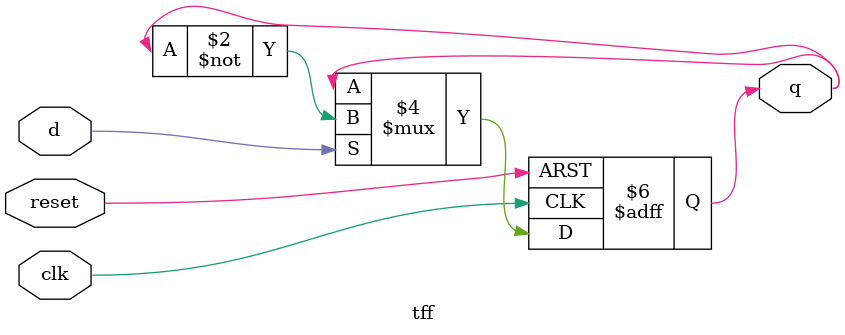
<source format=v>
module tff(d,clk,reset,q);
input d, clk, reset;
output q;
reg q;

initial
begin q=1'b0 ; 
end 
always@(posedge clk or posedge reset)
	if(reset)
 		q <= 1'b0;
	else if(d)
		q <= ~q;

endmodule

</source>
